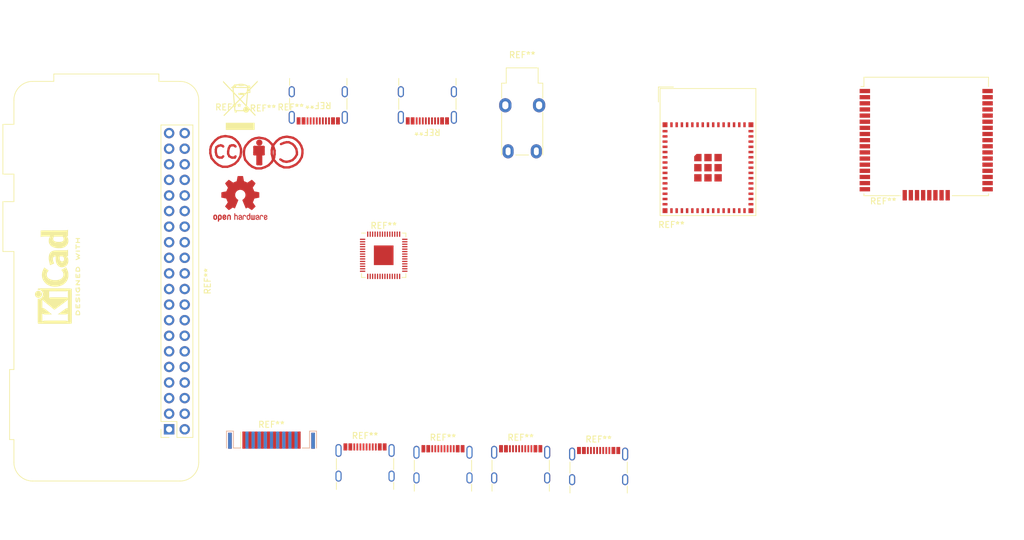
<source format=kicad_pcb>
(kicad_pcb (version 20211014) (generator pcbnew)
  (layers (0 "F.Cu" signal) (31 "B.Cu" signal) (34 "B.Paste" user) (35 "F.Paste" user) (36 "B.SilkS" user "B.Silkscreen") (37 "F.SilkS" user "F.Silkscreen") (38 "B.Mask" user) (39 "F.Mask" user) (44 "Edge.Cuts" user))
  (net 0 "")
  (footprint "Symbol:Symbol_CC-Attribution_CopperTop_Small" (layer "F.Cu") (at 53.89118 25.56637)
    (fp_text reference "REF**")
    (fp_text value "Symbol_CC-Attribution_CopperTop_Small" hide)
  )
  (footprint "Connector_USB:USB_C_Receptacle_GCT_USB4105-xx-A_16P_TopMnt_Horizontal" (layer "F.Cu") (at 83.82 77.42)
    (fp_text reference "REF**")
    (fp_text value "USB_C_Receptacle_GCT_USB4105-xx-A_16P RIGHT 1" hide)
  )
  (footprint "Connector_USB:USB_C_Receptacle_GCT_USB4105-xx-A_16P_TopMnt_Horizontal" (layer "F.Cu") (at 96.48 77.42)
    (fp_text reference "REF**")
    (fp_text value "USB_C_Receptacle_GCT_USB4105-xx-A_16P RIGHT 2" hide)
  )
  (footprint "RF_Module:ESP32-S2-MINI-1" (layer "F.Cu") (at 127 25.4)
    (fp_text reference "REF**")
    (fp_text value "ESP32-S2-MINI-1")
  )
  (footprint "Connector_USB:USB_C_Receptacle_GCT_USB4105-xx-A_16P_TopMnt_Horizontal" (layer "F.Cu") (at 71.12 77.13)
    (fp_text reference "REF**")
    (fp_text value "USB_C_Receptacle_GCT_USB4105-xx-A_16P RIGHT 2" hide)
  )
  (footprint "Symbol:OSHW-Logo2_9.8x8mm_Copper" (layer "F.Cu") (at 50.8 33.02)
    (fp_text reference "REF**" hide)
    (fp_text value "OSHW-Logo2_9.8x8mm_Copper" hide)
  )
  (footprint "Package_DFN_QFN:QFN-56-1EP_7x7mm_P0.4mm_EP3.2x3.2mm" (layer "F.Cu") (at 74.16 42.22)
    (fp_text reference "REF**")
    (fp_text value "RP2040")
  )
  (footprint "Symbol:Symbol_CC-ShareAlike_CopperTop_Small" (layer "F.Cu") (at 58.42 25.4)
    (fp_text reference "REF**")
    (fp_text value "Symbol_CC-ShareAlike_CopperTop_Small" hide)
  )
  (footprint "Symbol:WEEE-Logo_5.6x8mm_SilkScreen" (layer "F.Cu") (at 50.8 17.78)
    (fp_text reference "REF**" hide)
    (fp_text value "WEEE-Logo_5.6x8mm_SilkScreen" hide)
  )
  (footprint "Connector_USB:USB_C_Receptacle_GCT_USB4105-xx-A_16P_TopMnt_Horizontal" (layer "F.Cu") (at 63.5 16.645 180)
    (fp_text reference "REF**")
    (fp_text value "USB_C_Receptacle_GCT_USB4105-xx-A_16P TOP 1")
  )
  (footprint "Connector_HDMI:HDMI_A_Contact_Technology_HDMI-19APL2_Horizontal" (layer "F.Cu") (at 55.88 72.34)
    (fp_text reference "REF**")
    (fp_text value "HDMI_A_Contact_Technology_HDMI-19APL2_Horizontal")
  )
  (footprint "Module:Raspberry_Pi_Zero_Socketed_THT_FaceDown_MountingHoles" (layer "F.Cu") (at 39.195 70.575 180)
    (fp_text reference "REF**")
    (fp_text value "Raspberry_Pi_Zero_Socketed_THT_FaceDown_MountingHoles")
  )
  (footprint "Connector_Audio:Jack_3.5mm_Lumberg_1503_07_Horizontal" (layer "F.Cu") (at 93.98 17.78)
    (fp_text reference "REF**")
    (fp_text value "Jack_3.5mm_Lumberg_1503_07_Horizontal")
  )
  (footprint "Symbol:KiCad-Logo2_6mm_SilkScreen" (layer "F.Cu") (at 20.32 45.72 90)
    (fp_text reference "REF**" hide)
    (fp_text value "KiCad-Logo2_6mm_SilkScreen" hide)
  )
  (footprint "Symbol:Symbol_CreativeCommons_CopperTop_Type2_Small" (layer "F.Cu") (at 48.26 25.4)
    (fp_text reference "REF**")
    (fp_text value "Symbol_CreativeCommons_CopperTop_Type2_Small" hide)
  )
  (footprint "RF_Module:Atmel_ATSAMR21G18-MR210UA_NoRFPads" (layer "F.Cu") (at 162.56 22.86)
    (fp_text reference "REF**")
    (fp_text value "Atmel_ATSAMR21G18-MR210UA_NoRFPads")
  )
  (footprint "Connector_USB:USB_C_Receptacle_GCT_USB4105-xx-A_16P_TopMnt_Horizontal" (layer "F.Cu") (at 81.28 16.645 180)
    (fp_text reference "REF**")
    (fp_text value "USB_C_Receptacle_GCT_USB4105-xx-A_16P TOP 2")
  )
  (footprint "Connector_USB:USB_C_Receptacle_GCT_USB4105-xx-A_16P_TopMnt_Horizontal" (layer "F.Cu") (at 109.18 77.71)
    (fp_text reference "REF**")
    (fp_text value "USB_C_Receptacle_GCT_USB4105-xx-A_16P RIGHT 1" hide)
  )
)
</source>
